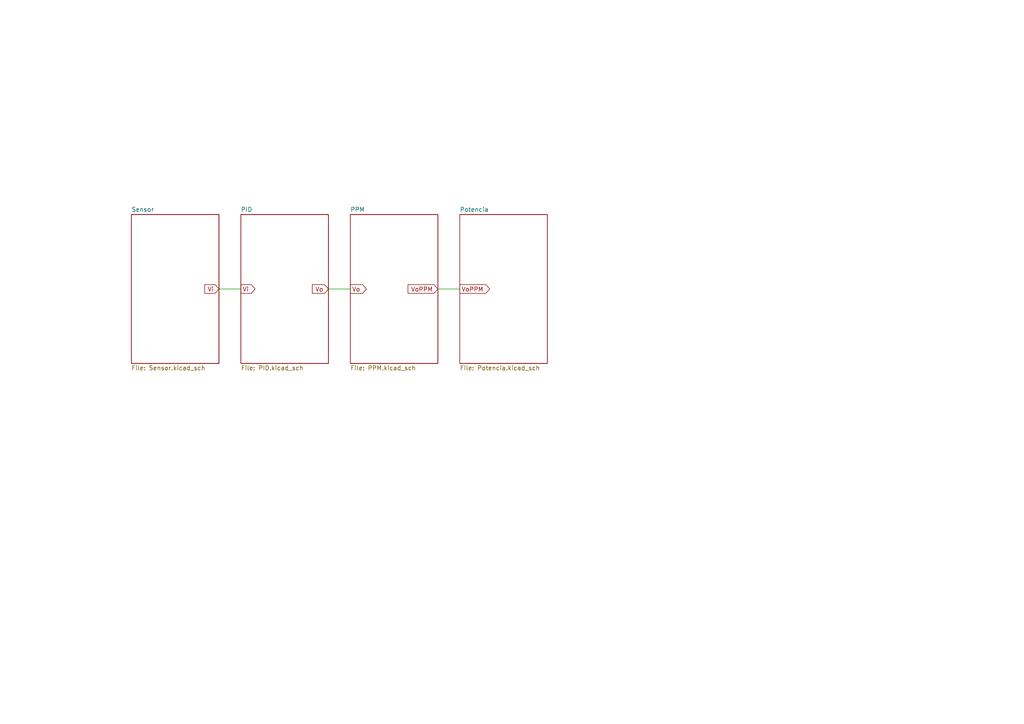
<source format=kicad_sch>
(kicad_sch
	(version 20250114)
	(generator "eeschema")
	(generator_version "9.0")
	(uuid "fff4e210-658c-4175-b4d6-fd8d525337c2")
	(paper "A4")
	(lib_symbols)
	(wire
		(pts
			(xy 127 83.82) (xy 133.35 83.82)
		)
		(stroke
			(width 0)
			(type default)
		)
		(uuid "1610cd86-2f77-4fdc-909d-be750e6e505b")
	)
	(wire
		(pts
			(xy 63.5 83.82) (xy 69.85 83.82)
		)
		(stroke
			(width 0)
			(type default)
		)
		(uuid "32b59bbe-5446-48f7-a749-a8468a738cf5")
	)
	(wire
		(pts
			(xy 95.25 83.82) (xy 101.6 83.82)
		)
		(stroke
			(width 0)
			(type default)
		)
		(uuid "c99dfb67-590c-4721-8fda-b4faffed8d19")
	)
	(global_label "Vo"
		(shape input)
		(at 95.25 83.82 180)
		(fields_autoplaced yes)
		(effects
			(font
				(size 1.27 1.27)
			)
			(justify right)
		)
		(uuid "06526070-d95d-47dc-a465-0c7997c628da")
		(property "Intersheetrefs" "${INTERSHEET_REFS}"
			(at 90.5993 83.7406 0)
			(effects
				(font
					(size 1.27 1.27)
				)
				(justify right)
				(hide yes)
			)
		)
	)
	(global_label "Vo"
		(shape output)
		(at 101.6 83.82 0)
		(fields_autoplaced yes)
		(effects
			(font
				(size 1.27 1.27)
			)
			(justify left)
		)
		(uuid "47018526-4936-4164-b9bb-0b43f7d2b18a")
		(property "Intersheetrefs" "${INTERSHEET_REFS}"
			(at 106.2507 83.7406 0)
			(effects
				(font
					(size 1.27 1.27)
				)
				(justify left)
				(hide yes)
			)
		)
	)
	(global_label "Vi"
		(shape input)
		(at 63.5 83.82 180)
		(fields_autoplaced yes)
		(effects
			(font
				(size 1.27 1.27)
			)
			(justify right)
		)
		(uuid "4c76ffc9-3a5d-45b4-be05-60b7c12dc8c5")
		(property "Intersheetrefs" "${INTERSHEET_REFS}"
			(at 59.3936 83.7406 0)
			(effects
				(font
					(size 1.27 1.27)
				)
				(justify right)
				(hide yes)
			)
		)
	)
	(global_label "VoPPM"
		(shape output)
		(at 133.35 83.82 0)
		(fields_autoplaced yes)
		(effects
			(font
				(size 1.27 1.27)
			)
			(justify left)
		)
		(uuid "807508e8-2ec8-4987-8f83-21551ace2f24")
		(property "Intersheetrefs" "${INTERSHEET_REFS}"
			(at 141.9921 83.7406 0)
			(effects
				(font
					(size 1.27 1.27)
				)
				(justify left)
				(hide yes)
			)
		)
	)
	(global_label "VoPPM"
		(shape input)
		(at 127 83.82 180)
		(fields_autoplaced yes)
		(effects
			(font
				(size 1.27 1.27)
			)
			(justify right)
		)
		(uuid "c48f14b1-0cef-4fdc-9ccd-347192e249ad")
		(property "Intersheetrefs" "${INTERSHEET_REFS}"
			(at 118.3579 83.7406 0)
			(effects
				(font
					(size 1.27 1.27)
				)
				(justify right)
				(hide yes)
			)
		)
	)
	(global_label "Vi"
		(shape output)
		(at 69.85 83.82 0)
		(fields_autoplaced yes)
		(effects
			(font
				(size 1.27 1.27)
			)
			(justify left)
		)
		(uuid "e275b164-b2d5-418a-801d-b350554f39e8")
		(property "Intersheetrefs" "${INTERSHEET_REFS}"
			(at 73.9564 83.7406 0)
			(effects
				(font
					(size 1.27 1.27)
				)
				(justify left)
				(hide yes)
			)
		)
	)
	(sheet
		(at 133.35 62.23)
		(size 25.4 43.18)
		(exclude_from_sim no)
		(in_bom yes)
		(on_board yes)
		(dnp no)
		(fields_autoplaced yes)
		(stroke
			(width 0.1524)
			(type solid)
		)
		(fill
			(color 0 0 0 0.0000)
		)
		(uuid "301a0df3-aca8-46e6-93a5-35a7f1c2cc12")
		(property "Sheetname" "Potencia"
			(at 133.35 61.5184 0)
			(effects
				(font
					(size 1.27 1.27)
				)
				(justify left bottom)
			)
		)
		(property "Sheetfile" "Potencia.kicad_sch"
			(at 133.35 105.9946 0)
			(effects
				(font
					(size 1.27 1.27)
				)
				(justify left top)
			)
		)
		(instances
			(project "Controlador PID"
				(path "/fff4e210-658c-4175-b4d6-fd8d525337c2"
					(page "5")
				)
			)
		)
	)
	(sheet
		(at 38.1 62.23)
		(size 25.4 43.18)
		(exclude_from_sim no)
		(in_bom yes)
		(on_board yes)
		(dnp no)
		(fields_autoplaced yes)
		(stroke
			(width 0.1524)
			(type solid)
		)
		(fill
			(color 0 0 0 0.0000)
		)
		(uuid "4609543a-0d0f-4421-8fc8-87cda89a5c0d")
		(property "Sheetname" "Sensor"
			(at 38.1 61.5184 0)
			(effects
				(font
					(size 1.27 1.27)
				)
				(justify left bottom)
			)
		)
		(property "Sheetfile" "Sensor.kicad_sch"
			(at 38.1 105.9946 0)
			(effects
				(font
					(size 1.27 1.27)
				)
				(justify left top)
			)
		)
		(instances
			(project "Controlador PID"
				(path "/fff4e210-658c-4175-b4d6-fd8d525337c2"
					(page "2")
				)
			)
		)
	)
	(sheet
		(at 101.6 62.23)
		(size 25.4 43.18)
		(exclude_from_sim no)
		(in_bom yes)
		(on_board yes)
		(dnp no)
		(fields_autoplaced yes)
		(stroke
			(width 0.1524)
			(type solid)
		)
		(fill
			(color 0 0 0 0.0000)
		)
		(uuid "d7a71d23-ff96-412b-84d5-01489b37d679")
		(property "Sheetname" "PPM"
			(at 101.6 61.5184 0)
			(effects
				(font
					(size 1.27 1.27)
				)
				(justify left bottom)
			)
		)
		(property "Sheetfile" "PPM.kicad_sch"
			(at 101.6 105.9946 0)
			(effects
				(font
					(size 1.27 1.27)
				)
				(justify left top)
			)
		)
		(instances
			(project "Controlador PID"
				(path "/fff4e210-658c-4175-b4d6-fd8d525337c2"
					(page "4")
				)
			)
		)
	)
	(sheet
		(at 69.85 62.23)
		(size 25.4 43.18)
		(exclude_from_sim no)
		(in_bom yes)
		(on_board yes)
		(dnp no)
		(fields_autoplaced yes)
		(stroke
			(width 0.1524)
			(type solid)
		)
		(fill
			(color 0 0 0 0.0000)
		)
		(uuid "d910d620-ce55-4639-a366-e14bea2daab0")
		(property "Sheetname" "PID"
			(at 69.85 61.5184 0)
			(effects
				(font
					(size 1.27 1.27)
				)
				(justify left bottom)
			)
		)
		(property "Sheetfile" "PID.kicad_sch"
			(at 69.85 105.9946 0)
			(effects
				(font
					(size 1.27 1.27)
				)
				(justify left top)
			)
		)
		(instances
			(project "Controlador PID"
				(path "/fff4e210-658c-4175-b4d6-fd8d525337c2"
					(page "3")
				)
			)
		)
	)
	(sheet_instances
		(path "/"
			(page "1")
		)
	)
	(embedded_fonts no)
)

</source>
